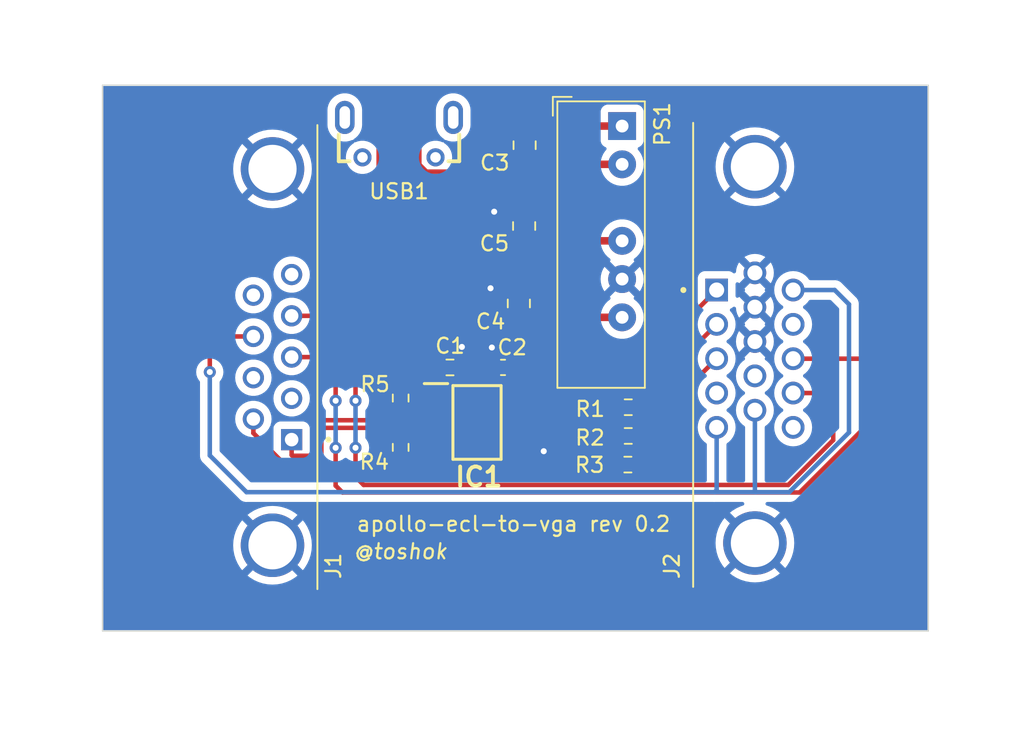
<source format=kicad_pcb>
(kicad_pcb (version 20221018) (generator pcbnew)
  (layers (0 "F.Cu" signal) (31 "B.Cu" power) (34 "B.Paste" user) (35 "F.Paste" user) (36 "B.SilkS" user "B.Silkscreen") (37 "F.SilkS" user "F.Silkscreen") (38 "B.Mask" user) (39 "F.Mask" user) (44 "Edge.Cuts" user))
  (net 0 "")
  (net 1 "-5V")
  (net 2 "GND")
  (net 3 "+5V")
  (net 4 "/video+")
  (net 5 "/video-")
  (net 8 "/hsync")
  (net 9 "/vsync")
  (net 10 "/sync_gnd")
  (net 26 "/USB_GND")
  (net 27 "/USB_Vbus")
  (net 28 "/video_out")
  (net 29 "/red")
  (net 30 "/green")
  (net 31 "/blue")
  (footprint "Capacitor_SMD:C_0805_2012Metric" (layer "F.Cu") (at 93.949228 80.295764 -90)
    (fp_text reference "C5" (at 1.162036 1.975828 -180) (layer "F.SilkS"))
    (fp_text value "4.7u")
    (fp_line (start -0.261252 -0.735) (end 0.261252 -0.735) (stroke (width 0.12)) (layer "F.SilkS"))
    (fp_line (start -0.261252 0.735) (end 0.261252 0.735) (stroke (width 0.12)) (layer "F.SilkS"))
    (pad "1" smd roundrect (at -0.95 0 270) (size 1 1.45) (layers "F.Cu" "F.Paste" "F.Mask") (net 2 "GND"))
    (pad "2" smd roundrect (at 0.95 0 270) (size 1 1.45) (layers "F.Cu" "F.Paste" "F.Mask") (net 1 "-5V"))
  )
  (footprint "Capacitor_SMD:C_0805_2012Metric" (layer "F.Cu") (at 93.98 74.93 -90)
    (fp_text reference "C3" (at 1.1684 1.9812 -180) (layer "F.SilkS"))
    (fp_text value "4.7u")
    (fp_line (start -0.261252 -0.735) (end 0.261252 -0.735) (stroke (width 0.12)) (layer "F.SilkS"))
    (fp_line (start -0.261252 0.735) (end 0.261252 0.735) (stroke (width 0.12)) (layer "F.SilkS"))
    (pad "1" smd roundrect (at -0.95 0 270) (size 1 1.45) (layers "F.Cu" "F.Paste" "F.Mask") (net 27 "/USB_Vbus"))
    (pad "2" smd roundrect (at 0.95 0 270) (size 1 1.45) (layers "F.Cu" "F.Paste" "F.Mask") (net 26 "/USB_GND"))
  )
  (footprint "Converter_DCDC:SOIC127P602X173-8N" (layer "F.Cu") (at 90.82 93.34)
    (fp_text reference "IC1" (at 0.12 3.62) (layer "F.SilkS") (effects (font (size 1.27 1.27) (thickness 0.254))))
    (fp_text value "SY100ELT25ZG-TR" hide)
    (fp_line (start -3.5 -2.58) (end -1.95 -2.58) (stroke (width 0.2)) (layer "F.SilkS"))
    (fp_line (start -1.6 -2.445) (end 1.6 -2.445) (stroke (width 0.2)) (layer "F.SilkS"))
    (fp_line (start -1.6 2.445) (end -1.6 -2.445) (stroke (width 0.2)) (layer "F.SilkS"))
    (fp_line (start 1.6 -2.445) (end 1.6 2.445) (stroke (width 0.2)) (layer "F.SilkS"))
    (fp_line (start 1.6 2.445) (end -1.6 2.445) (stroke (width 0.2)) (layer "F.SilkS"))
    (pad "1" smd rect (at -2.725 -1.905 90) (size 0.65 1.55) (layers "F.Cu" "F.Paste" "F.Mask") (net 1 "-5V"))
    (pad "2" smd rect (at -2.725 -0.635 90) (size 0.65 1.55) (layers "F.Cu" "F.Paste" "F.Mask") (net 4 "/video+"))
    (pad "3" smd rect (at -2.725 0.635 90) (size 0.65 1.55) (layers "F.Cu" "F.Paste" "F.Mask") (net 5 "/video-"))
    (pad "4" smd rect (at -2.725 1.905 90) (size 0.65 1.55) (layers "F.Cu" "F.Paste" "F.Mask"))
    (pad "5" smd rect (at 2.725 1.905 90) (size 0.65 1.55) (layers "F.Cu" "F.Paste" "F.Mask") (net 2 "GND"))
    (pad "6" smd rect (at 2.725 0.635 90) (size 0.65 1.55) (layers "F.Cu" "F.Paste" "F.Mask"))
    (pad "7" smd rect (at 2.725 -0.635 90) (size 0.65 1.55) (layers "F.Cu" "F.Paste" "F.Mask") (net 28 "/video_out"))
    (pad "8" smd rect (at 2.725 -1.905 90) (size 0.65 1.55) (layers "F.Cu" "F.Paste" "F.Mask") (net 3 "+5V"))
  )
  (footprint "lcsc.pretty:MICRO-USB-SMD_5P-P0.65-H-F_C10418" (layer "F.Cu") (at 85.63953 74.411194 180)
    (fp_text reference "USB1" (at -0.000241 -3.58537) (layer "F.SilkS"))
    (fp_text value "micro_USBFemale")
    (fp_line (start -4.000737 -1.584989) (end -4.000737 0.188646) (stroke (width 0.254)) (layer "F.SilkS"))
    (fp_line (start -4.000737 -1.584989) (end -3.285014 -1.584989) (stroke (width 0.254)) (layer "F.SilkS"))
    (fp_line (start 3.285014 -1.58537) (end 3.999009 -1.584989) (stroke (width 0.254)) (layer "F.SilkS"))
    (fp_line (start 4 -1.58537) (end 4.000254 0.188646) (stroke (width 0.254)) (layer "F.SilkS"))
    (fp_circle (center -4 -1.613056) (end -3.970028 -1.613056) (stroke (width 0.059995)) (fill none) (layer "F.SilkS"))
    (pad "1" smd rect (at -1.299975 -1.324765 90) (size 1.250013 0.4) (layers "F.Cu" "F.Paste" "F.Mask") (net 27 "/USB_Vbus"))
    (pad "2" smd rect (at -0.649987 -1.324765 90) (size 1.250013 0.4) (layers "F.Cu" "F.Paste" "F.Mask"))
    (pad "3" smd rect (at 0 -1.324765 90) (size 1.250013 0.4) (layers "F.Cu" "F.Paste" "F.Mask"))
    (pad "4" smd rect (at 0.649987 -1.324765 90) (size 1.250013 0.4) (layers "F.Cu" "F.Paste" "F.Mask"))
    (pad "5" smd rect (at 1.299975 -1.324765 90) (size 1.250013 0.4) (layers "F.Cu" "F.Paste" "F.Mask") (net 26 "/USB_GND"))
    (pad "SH0" thru_hole circle (at -2.424943 -1.325019 180) (size 1.2 1.2) (drill 0.700025) (layers "*.Cu" "*.Mask"))
    (pad "SH1" thru_hole oval (at -3.599949 1.324968 180) (size 1.3 2.2) (drill oval 0.700025 1.500127) (layers "*.Cu" "*.Mask"))
    (pad "SH2" thru_hole oval (at 3.599949 1.324968 180) (size 1.3 2.2) (drill oval 0.700025 1.500127) (layers "*.Cu" "*.Mask"))
    (pad "SH3" thru_hole circle (at 2.424943 -1.325019 180) (size 1.2 1.2) (drill 0.700025) (layers "*.Cu" "*.Mask"))
  )
  (footprint "Capacitor_SMD:C_0805_2012Metric" (layer "F.Cu") (at 93.59787 85.438183 90)
    (fp_text reference "C4" (at -1.201217 -1.88 180) (layer "F.SilkS"))
    (fp_text value "4.7u")
    (fp_line (start -0.261252 -0.735) (end 0.261252 -0.735) (stroke (width 0.12)) (layer "F.SilkS"))
    (fp_line (start -0.261252 0.735) (end 0.261252 0.735) (stroke (width 0.12)) (layer "F.SilkS"))
    (pad "1" smd roundrect (at -0.95 0 90) (size 1 1.45) (layers "F.Cu" "F.Paste" "F.Mask") (net 3 "+5V"))
    (pad "2" smd roundrect (at 0.95 0 90) (size 1 1.45) (layers "F.Cu" "F.Paste" "F.Mask") (net 2 "GND"))
  )
  (footprint "Resistor_SMD:R_0603_1608Metric" (layer "F.Cu") (at 85.7504 91.7194 90)
    (fp_text reference "R5" (at 0.9144 -1.7018 180) (layer "F.SilkS"))
    (fp_text value "470")
    (fp_line (start -0.237258 -0.5225) (end 0.237258 -0.5225) (stroke (width 0.12)) (layer "F.SilkS"))
    (fp_line (start -0.237258 0.5225) (end 0.237258 0.5225) (stroke (width 0.12)) (layer "F.SilkS"))
    (pad "1" smd roundrect (at -0.825 0 90) (size 0.8 0.95) (layers "F.Cu" "F.Paste" "F.Mask") (net 4 "/video+"))
    (pad "2" smd roundrect (at 0.825 0 90) (size 0.8 0.95) (layers "F.Cu" "F.Paste" "F.Mask") (net 1 "-5V"))
  )
  (footprint "Resistor_SMD:R_0603_1608Metric" (layer "F.Cu") (at 89.024644 89.6874)
    (fp_text reference "C1" (at 0 -1.43) (layer "F.SilkS"))
    (fp_text value "0.1u")
    (fp_line (start -0.237258 -0.5225) (end 0.237258 -0.5225) (stroke (width 0.12)) (layer "F.SilkS"))
    (fp_line (start -0.237258 0.5225) (end 0.237258 0.5225) (stroke (width 0.12)) (layer "F.SilkS"))
    (pad "1" smd roundrect (at -0.825 0) (size 0.8 0.95) (layers "F.Cu" "F.Paste" "F.Mask") (net 1 "-5V"))
    (pad "2" smd roundrect (at 0.825 0) (size 0.8 0.95) (layers "F.Cu" "F.Paste" "F.Mask") (net 2 "GND"))
  )
  (footprint "Resistor_SMD:R_0603_1608Metric" (layer "F.Cu") (at 100.863038 94.235341 180)
    (fp_text reference "R2" (at 2.54 -0.119347) (layer "F.SilkS"))
    (fp_text value "390")
    (fp_line (start -0.237258 -0.5225) (end 0.237258 -0.5225) (stroke (width 0.12)) (layer "F.SilkS"))
    (fp_line (start -0.237258 0.5225) (end 0.237258 0.5225) (stroke (width 0.12)) (layer "F.SilkS"))
    (pad "1" smd roundrect (at -0.825 0 180) (size 0.8 0.95) (layers "F.Cu" "F.Paste" "F.Mask") (net 30 "/green"))
    (pad "2" smd roundrect (at 0.825 0 180) (size 0.8 0.95) (layers "F.Cu" "F.Paste" "F.Mask") (net 28 "/video_out"))
  )
  (footprint "Capacitor_SMD:C_0603_1608Metric" (layer "F.Cu") (at 92.545 89.685 180)
    (fp_text reference "C2" (at -0.61 1.33 180) (layer "F.SilkS"))
    (fp_text value "0.1u")
    (fp_line (start -0.14058 -0.51) (end 0.14058 -0.51) (stroke (width 0.12)) (layer "F.SilkS"))
    (fp_line (start -0.14058 0.51) (end 0.14058 0.51) (stroke (width 0.12)) (layer "F.SilkS"))
    (pad "1" smd roundrect (at -0.775 0 180) (size 0.9 0.95) (layers "F.Cu" "F.Paste" "F.Mask") (net 3 "+5V"))
    (pad "2" smd roundrect (at 0.775 0 180) (size 0.9 0.95) (layers "F.Cu" "F.Paste" "F.Mask") (net 2 "GND"))
  )
  (footprint "Converter_DCDC:Converter_DCDC_XP_POWER-IAxxxxS_THT" (layer "F.Cu") (at 100.455 73.66)
    (fp_text reference "PS1" (at 2.669 -0.127 90) (layer "F.SilkS"))
    (fp_text value "IA0505S")
    (fp_line (start -4.6 -1.94) (end -4.6 -0.69) (stroke (width 0.12)) (layer "F.SilkS"))
    (fp_line (start -4.3 -1.64) (end -4.3 17.38) (stroke (width 0.12)) (layer "F.SilkS"))
    (fp_line (start -4.3 17.38) (end 1.51 17.38) (stroke (width 0.12)) (layer "F.SilkS"))
    (fp_line (start -3.35 -1.94) (end -4.6 -1.94) (stroke (width 0.12)) (layer "F.SilkS"))
    (fp_line (start 1.51 -1.64) (end -4.3 -1.64) (stroke (width 0.12)) (layer "F.SilkS"))
    (fp_line (start 1.51 17.38) (end 1.51 -1.64) (stroke (width 0.12)) (layer "F.SilkS"))
    (pad "1" thru_hole rect (at 0 0) (size 1.85 1.85) (drill 0.85) (layers "*.Cu" "*.Mask") (net 27 "/USB_Vbus"))
    (pad "2" thru_hole circle (at 0 2.54) (size 1.85 1.85) (drill 0.85) (layers "*.Cu" "*.Mask") (net 26 "/USB_GND"))
    (pad "4" thru_hole circle (at 0 7.62) (size 1.85 1.85) (drill 0.85) (layers "*.Cu" "*.Mask") (net 1 "-5V"))
    (pad "5" thru_hole circle (at 0 10.16) (size 1.85 1.85) (drill 0.85) (layers "*.Cu" "*.Mask") (net 2 "GND"))
    (pad "6" thru_hole circle (at 0 12.7) (size 1.85 1.85) (drill 0.85) (layers "*.Cu" "*.Mask") (net 3 "+5V"))
  )
  (footprint "Resistor_SMD:R_0603_1608Metric" (layer "F.Cu") (at 100.863038 92.329 180)
    (fp_text reference "R1" (at 2.532184 -0.120635) (layer "F.SilkS"))
    (fp_text value "390")
    (fp_line (start -0.237258 -0.5225) (end 0.237258 -0.5225) (stroke (width 0.12)) (layer "F.SilkS"))
    (fp_line (start -0.237258 0.5225) (end 0.237258 0.5225) (stroke (width 0.12)) (layer "F.SilkS"))
    (pad "1" smd roundrect (at -0.825 0 180) (size 0.8 0.95) (layers "F.Cu" "F.Paste" "F.Mask") (net 29 "/red"))
    (pad "2" smd roundrect (at 0.825 0 180) (size 0.8 0.95) (layers "F.Cu" "F.Paste" "F.Mask") (net 28 "/video_out"))
  )
  (footprint "Project Library:AMPHENOL_ICD15S13E4GX00LF" (layer "F.Cu") (at 109.272 88.85175 90)
    (fp_text reference "J2" (at -14.01825 -5.51 90) (layer "F.SilkS"))
    (fp_text value "DB15_Female")
    (fp_line (start -15.405 -4.1) (end 15.405 -4.1) (stroke (width 0.127)) (layer "F.SilkS"))
    (fp_circle (center 4.305 -4.75) (end 4.405 -4.75) (stroke (width 0.2)) (fill none) (layer "F.SilkS"))
    (pad "1" thru_hole rect (at 4.305 -2.54 90) (size 1.508 1.508) (drill 1) (layers "*.Cu" "*.Mask") (net 29 "/red"))
    (pad "2" thru_hole circle (at 2.025 -2.54 90) (size 1.508 1.508) (drill 1) (layers "*.Cu" "*.Mask") (net 30 "/green"))
    (pad "3" thru_hole circle (at -0.255 -2.54 90) (size 1.508 1.508) (drill 1) (layers "*.Cu" "*.Mask") (net 31 "/blue"))
    (pad "4" thru_hole circle (at -2.535 -2.54 90) (size 1.508 1.508) (drill 1) (layers "*.Cu" "*.Mask"))
    (pad "5" thru_hole circle (at -4.815 -2.54 90) (size 1.508 1.508) (drill 1) (layers "*.Cu" "*.Mask") (net 10 "/sync_gnd"))
    (pad "6" thru_hole circle (at 5.445 0 90) (size 1.508 1.508) (drill 1) (layers "*.Cu" "*.Mask") (net 2 "GND"))
    (pad "7" thru_hole circle (at 3.165 0 90) (size 1.508 1.508) (drill 1) (layers "*.Cu" "*.Mask") (net 2 "GND"))
    (pad "8" thru_hole circle (at 0.885 0 90) (size 1.508 1.508) (drill 1) (layers "*.Cu" "*.Mask") (net 2 "GND"))
    (pad "9" thru_hole circle (at -1.395 0 90) (size 1.508 1.508) (drill 1) (layers "*.Cu" "*.Mask"))
    (pad "10" thru_hole circle (at -3.675 0 90) (size 1.508 1.508) (drill 1) (layers "*.Cu" "*.Mask") (net 10 "/sync_gnd"))
    (pad "11" thru_hole circle (at 4.305 2.54 90) (size 1.508 1.508) (drill 1) (layers "*.Cu" "*.Mask") (net 10 "/sync_gnd"))
    (pad "12" thru_hole circle (at 2.025 2.54 90) (size 1.508 1.508) (drill 1) (layers "*.Cu" "*.Mask"))
    (pad "13" thru_hole circle (at -0.255 2.54 90) (size 1.508 1.508) (drill 1) (layers "*.Cu" "*.Mask") (net 8 "/hsync"))
    (pad "14" thru_hole circle (at -2.535 2.54 90) (size 1.508 1.508) (drill 1) (layers "*.Cu" "*.Mask") (net 9 "/vsync"))
    (pad "15" thru_hole circle (at -4.815 2.54 90) (size 1.508 1.508) (drill 1) (layers "*.Cu" "*.Mask"))
    (pad "S1" thru_hole circle (at -12.495 0 90) (size 4.216 4.216) (drill 3.2) (layers "*.Cu" "*.Mask") (net 2 "GND"))
    (pad "S2" thru_hole circle (at 12.495 0 90) (size 4.216 4.216) (drill 3.2) (layers "*.Cu" "*.Mask") (net 2 "GND"))
  )
  (footprint "Resistor_SMD:R_0603_1608Metric" (layer "F.Cu") (at 100.838 96.139 180)
    (fp_text reference "R3" (at 2.54 -0.0254) (layer "F.SilkS"))
    (fp_text value "390")
    (fp_line (start -0.237258 -0.5225) (end 0.237258 -0.5225) (stroke (width 0.12)) (layer "F.SilkS"))
    (fp_line (start -0.237258 0.5225) (end 0.237258 0.5225) (stroke (width 0.12)) (layer "F.SilkS"))
    (pad "1" smd roundrect (at -0.825 0 180) (size 0.8 0.95) (layers "F.Cu" "F.Paste" "F.Mask") (net 31 "/blue"))
    (pad "2" smd roundrect (at 0.825 0 180) (size 0.8 0.95) (layers "F.Cu" "F.Paste" "F.Mask") (net 28 "/video_out"))
  )
  (footprint "Resistor_SMD:R_0603_1608Metric" (layer "F.Cu") (at 85.7504 94.996 -90)
    (fp_text reference "R4" (at 0.9652 1.7526 -180) (layer "F.SilkS"))
    (fp_text value "470")
    (fp_line (start -0.237258 -0.5225) (end 0.237258 -0.5225) (stroke (width 0.12)) (layer "F.SilkS"))
    (fp_line (start -0.237258 0.5225) (end 0.237258 0.5225) (stroke (width 0.12)) (layer "F.SilkS"))
    (pad "1" smd roundrect (at -0.825 0 270) (size 0.8 0.95) (layers "F.Cu" "F.Paste" "F.Mask") (net 5 "/video-"))
    (pad "2" smd roundrect (at 0.825 0 270) (size 0.8 0.95) (layers "F.Cu" "F.Paste" "F.Mask") (net 1 "-5V"))
  )
  (footprint "Project Library:AMPHENOL_LD09S13A4GV00LF" (layer "F.Cu") (at 65.97 89 -90)
    (fp_text reference "J1" (at 13.87 -15.31 -90) (layer "F.SilkS"))
    (fp_text value "DB9_Female")
    (fp_line (start -15.405 -14.25) (end 15.405 -14.25) (stroke (width 0.127)) (layer "F.SilkS"))
    (fp_circle (center 5.48 -14.983) (end 5.58 -14.983) (stroke (width 0.2)) (fill none) (layer "F.SilkS"))
    (pad "01" thru_hole rect (at 5.48 -12.54 270) (size 1.408 1.408) (drill 0.9) (layers "*.Cu" "*.Mask") (net 4 "/video+"))
    (pad "02" thru_hole circle (at 2.74 -12.54 270) (size 1.408 1.408) (drill 0.9) (layers "*.Cu" "*.Mask"))
    (pad "03" thru_hole circle (at 0 -12.54 270) (size 1.408 1.408) (drill 0.9) (layers "*.Cu" "*.Mask") (net 8 "/hsync"))
    (pad "04" thru_hole circle (at -2.74 -12.54 270) (size 1.408 1.408) (drill 0.9) (layers "*.Cu" "*.Mask") (net 9 "/vsync"))
    (pad "05" thru_hole circle (at -5.48 -12.54 270) (size 1.408 1.408) (drill 0.9) (layers "*.Cu" "*.Mask"))
    (pad "06" thru_hole circle (at 4.11 -10 270) (size 1.408 1.408) (drill 0.9) (layers "*.Cu" "*.Mask") (net 5 "/video-"))
    (pad "07" thru_hole circle (at 1.37 -10 270) (size 1.408 1.408) (drill 0.9) (layers "*.Cu" "*.Mask"))
    (pad "08" thru_hole circle (at -1.37 -10 270) (size 1.408 1.408) (drill 0.9) (layers "*.Cu" "*.Mask") (net 10 "/sync_gnd"))
    (pad "09" thru_hole circle (at -4.11 -10 270) (size 1.408 1.408) (drill 0.9) (layers "*.Cu" "*.Mask"))
    (pad "SH1" thru_hole circle (at -12.495 -11.27 270) (size 4.216 4.216) (drill 3.2) (layers "*.Cu" "*.Mask") (net 2 "GND"))
    (pad "SH2" thru_hole circle (at 12.495 -11.27 270) (size 4.216 4.216) (drill 3.2) (layers "*.Cu" "*.Mask") (net 2 "GND"))
  )
  (gr_line (start 120.777 70.993) (end 120.777 107.188) (stroke (width 0.1)) (layer "Edge.Cuts"))
  (gr_line (start 65.96 104.47) (end 65.96 107.18) (stroke (width 0.1)) (layer "Edge.Cuts"))
  (gr_line (start 65.96 107.18) (end 120.777 107.18) (stroke (width 0.1)) (layer "Edge.Cuts"))
  (gr_line (start 65.96 70.95) (end 65.96 104.47) (stroke (width 0.1)) (layer "Edge.Cuts"))
  (gr_line (start 65.96 70.95) (end 120.777 70.95) (stroke (width 0.1)) (layer "Edge.Cuts"))
  (gr_text "apollo-ecl-to-vga rev 0.2" (at 82.74 100.669) (layer "F.SilkS") (effects (font (size 1 1)) (justify left bottom)))
  (gr_text "@toshok" (at 82.55 102.489) (layer "F.SilkS") (effects (font (size 1 1) (thickness 0.15) italic) (justify left bottom)))
  (segment (start 86.551 96.6216) (end 85.7504 95.821) (width 0.3) (layer "F.Cu") (net 1))
  (segment (start 89.9668 91.9988) (end 89.9668 95.7326) (width 0.3) (layer "F.Cu") (net 1))
  (segment (start 88.095 91.435) (end 86.291 91.435) (width 0.3) (layer "F.Cu") (net 1))
  (segment (start 89.0778 96.6216) (end 86.551 96.6216) (width 0.3) (layer "F.Cu") (net 1))
  (segment (start 100.455 81.28) (end 93.983464 81.28) (width 0.5) (layer "F.Cu") (net 1))
  (segment (start 89.403 91.435) (end 89.9668 91.9988) (width 0.3) (layer "F.Cu") (net 1))
  (segment (start 86.291 91.435) (end 85.7504 90.8944) (width 0.3) (layer "F.Cu") (net 1))
  (segment (start 88.095 83.355) (end 88.095 91.435) (width 0.5) (layer "F.Cu") (net 1))
  (segment (start 93.949228 81.245764) (end 90.204236 81.245764) (width 0.5) (layer "F.Cu") (net 1))
  (segment (start 93.983464 81.28) (end 93.949228 81.245764) (width 0.5) (layer "F.Cu") (net 1))
  (segment (start 90.204236 81.245764) (end 88.095 83.355) (width 0.5) (layer "F.Cu") (net 1))
  (segment (start 89.9668 95.7326) (end 89.0778 96.6216) (width 0.3) (layer "F.Cu") (net 1))
  (segment (start 88.095 91.435) (end 89.403 91.435) (width 0.3) (layer "F.Cu") (net 1))
  (segment (start 93.949228 79.345764) (end 91.959228 79.345764) (width 0.5) (layer "F.Cu") (net 2))
  (segment (start 93.70787 84.428183) (end 91.71787 84.428183) (width 0.5) (layer "F.Cu") (net 2))
  (segment (start 91.8 89.725) (end 91.8 88.37) (width 0.3) (layer "F.Cu") (net 2))
  (segment (start 89.81 89.685) (end 89.81 88.33) (width 0.3) (layer "F.Cu") (net 2))
  (segment (start 93.545 95.245) (end 95.245 95.245) (width 0.3) (layer "F.Cu") (net 2))
  (via (at 91.959228 79.345764) (size 0.8) (drill 0.4) (layers "F.Cu" "B.Cu") (net 2))
  (via (at 95.25 95.25) (size 0.8) (drill 0.4) (layers "F.Cu" "B.Cu") (net 2))
  (via (at 89.815 88.325) (size 0.8) (drill 0.4) (layers "F.Cu" "B.Cu") (net 2))
  (via (at 91.71787 84.428183) (size 0.8) (drill 0.4) (layers "F.Cu" "B.Cu") (net 2))
  (via (at 91.805 88.365) (size 0.8) (drill 0.4) (layers "F.Cu" "B.Cu") (net 2))
  (segment (start 93.626053 86.36) (end 93.59787 86.388183) (width 0.5) (layer "F.Cu") (net 3))
  (segment (start 93.59787 86.388183) (end 93.545 86.441053) (width 0.5) (layer "F.Cu") (net 3))
  (segment (start 100.455 86.36) (end 93.626053 86.36) (width 0.5) (layer "F.Cu") (net 3))
  (segment (start 93.545 86.441053) (end 93.545 91.435) (width 0.5) (layer "F.Cu") (net 3))
  (segment (start 79.9846 95.2754) (end 79.9846 93.5482) (width 0.3) (layer "F.Cu") (net 4))
  (segment (start 85.1022 93.1926) (end 85.7504 92.5444) (width 0.3) (layer "F.Cu") (net 4))
  (segment (start 79.7052 95.5548) (end 79.9846 95.2754) (width 0.3) (layer "F.Cu") (net 4))
  (segment (start 80.3402 93.1926) (end 85.1022 93.1926) (width 0.3) (layer "F.Cu") (net 4))
  (segment (start 87.9344 92.5444) (end 88.095 92.705) (width 0.3) (layer "F.Cu") (net 4))
  (segment (start 78.51 95.5026) (end 78.5622 95.5548) (width 0.3) (layer "F.Cu") (net 4))
  (segment (start 78.5622 95.5548) (end 79.7052 95.5548) (width 0.3) (layer "F.Cu") (net 4))
  (segment (start 85.7504 92.5444) (end 87.9344 92.5444) (width 0.3) (layer "F.Cu") (net 4))
  (segment (start 78.51 94.48) (end 78.51 95.5026) (width 0.3) (layer "F.Cu") (net 4))
  (segment (start 79.9846 93.5482) (end 80.3402 93.1926) (width 0.3) (layer "F.Cu") (net 4))
  (segment (start 80.4846 93.755306) (end 80.541353 93.698553) (width 0.3) (layer "F.Cu") (net 5))
  (segment (start 87.899 94.171) (end 88.095 93.975) (width 0.3) (layer "F.Cu") (net 5))
  (segment (start 75.97 93.11) (end 75.97 94.048) (width 0.3) (layer "F.Cu") (net 5))
  (segment (start 80.4846 95.482506) (end 80.4846 93.755306) (width 0.3) (layer "F.Cu") (net 5))
  (segment (start 77.9768 96.0548) (end 79.912306 96.0548) (width 0.3) (layer "F.Cu") (net 5))
  (segment (start 85.277953 93.698553) (end 85.7504 94.171) (width 0.3) (layer "F.Cu") (net 5))
  (segment (start 79.912306 96.0548) (end 80.4846 95.482506) (width 0.3) (layer "F.Cu") (net 5))
  (segment (start 85.7504 94.171) (end 87.899 94.171) (width 0.3) (layer "F.Cu") (net 5))
  (segment (start 75.97 94.048) (end 77.9768 96.0548) (width 0.3) (layer "F.Cu") (net 5))
  (segment (start 80.541353 93.698553) (end 85.277953 93.698553) (width 0.3) (layer "F.Cu") (net 5))
  (segment (start 81.4324 97.536) (end 81.4324 95.0214) (width 0.3) (layer "F.Cu") (net 8))
  (segment (start 111.8495 89.10675) (end 116.29875 89.10675) (width 0.3) (layer "F.Cu") (net 8))
  (segment (start 81.4324 90.2208) (end 81.4324 91.8972) (width 0.3) (layer "F.Cu") (net 8))
  (segment (start 116.29875 89.10675) (end 116.962 89.77) (width 0.3) (layer "F.Cu") (net 8))
  (segment (start 112.242 97.99) (end 81.8864 97.99) (width 0.3) (layer "F.Cu") (net 8))
  (segment (start 81.8864 97.99) (end 81.4324 97.536) (width 0.3) (layer "F.Cu") (net 8))
  (segment (start 78.51 89) (end 80.164 89) (width 0.3) (layer "F.Cu") (net 8))
  (segment (start 116.962 93.27) (end 112.242 97.99) (width 0.3) (layer "F.Cu") (net 8))
  (segment (start 80.1878 88.9762) (end 81.4324 90.2208) (width 0.3) (layer "F.Cu") (net 8))
  (segment (start 116.962 89.77) (end 116.962 93.27) (width 0.3) (layer "F.Cu") (net 8))
  (segment (start 80.164 89) (end 80.1878 88.9762) (width 0.3) (layer "F.Cu") (net 8))
  (via (at 81.4324 95.0214) (size 0.8) (drill 0.4) (layers "F.Cu" "B.Cu") (net 8))
  (via (at 81.4324 91.8972) (size 0.8) (drill 0.4) (layers "F.Cu" "B.Cu") (net 8))
  (segment (start 81.4324 91.8972) (end 81.4324 95.0214) (width 0.3) (layer "B.Cu") (net 8))
  (segment (start 111.492 97.49) (end 114.472 94.51) (width 0.3) (layer "F.Cu") (net 9))
  (segment (start 82.7532 96.9518) (end 83.2914 97.49) (width 0.3) (layer "F.Cu") (net 9))
  (segment (start 80.6974 86.26) (end 80.7212 86.2838) (width 0.3) (layer "F.Cu") (net 9))
  (segment (start 80.7212 86.2838) (end 82.7532 88.3158) (width 0.3) (layer "F.Cu") (net 9))
  (segment (start 114.472 94.51) (end 114.472 92.36) (width 0.3) (layer "F.Cu") (net 9))
  (segment (start 82.7532 88.3158) (end 82.7532 91.8972) (width 0.3) (layer "F.Cu") (net 9))
  (segment (start 114.472 92.36) (end 113.49875 91.38675) (width 0.3) (layer "F.Cu") (net 9))
  (segment (start 83.2914 97.49) (end 111.492 97.49) (width 0.3) (layer "F.Cu") (net 9))
  (segment (start 78.51 86.26) (end 80.6974 86.26) (width 0.3) (layer "F.Cu") (net 9))
  (segment (start 113.49875 91.38675) (end 111.812 91.38675) (width 0.3) (layer "F.Cu") (net 9))
  (segment (start 82.7532 95.0214) (end 82.7532 96.9518) (width 0.3) (layer "F.Cu") (net 9))
  (via (at 82.7532 91.8972) (size 0.8) (drill 0.4) (layers "F.Cu" "B.Cu") (net 9))
  (via (at 82.7532 95.0214) (size 0.8) (drill 0.4) (layers "F.Cu" "B.Cu") (net 9))
  (segment (start 82.7532 91.8972) (end 82.7532 95.0214) (width 0.3) (layer "B.Cu") (net 9))
  (segment (start 75.97 87.63) (end 74.041 87.63) (width 0.3) (layer "F.Cu") (net 10))
  (segment (start 73.0758 88.5952) (end 73.0758 89.9922) (width 0.3) (layer "F.Cu") (net 10))
  (segment (start 74.041 87.63) (end 73.0758 88.5952) (width 0.3) (layer "F.Cu") (net 10))
  (via (at 73.0758 89.9922) (size 0.8) (drill 0.4) (layers "F.Cu" "B.Cu") (net 10))
  (segment (start 106.6038 97.9678) (end 106.732 97.8396) (width 0.3) (layer "B.Cu") (net 10))
  (segment (start 109.3216 97.9678) (end 111.5568 97.9678) (width 0.3) (layer "B.Cu") (net 10))
  (segment (start 111.5568 97.9678) (end 115.5192 94.0054) (width 0.3) (layer "B.Cu") (net 10))
  (segment (start 106.732 97.8396) (end 106.732 93.66675) (width 0.3) (layer "B.Cu") (net 10))
  (segment (start 73.0758 95.5294) (end 75.5142 97.9678) (width 0.3) (layer "B.Cu") (net 10))
  (segment (start 109.3216 97.9678) (end 109.272 97.9182) (width 0.3) (layer "B.Cu") (net 10))
  (segment (start 106.6038 97.9678) (end 109.3216 97.9678) (width 0.3) (layer "B.Cu") (net 10))
  (segment (start 115.5192 85.4964) (end 114.56955 84.54675) (width 0.3) (layer "B.Cu") (net 10))
  (segment (start 114.56955 84.54675) (end 111.812 84.54675) (width 0.3) (layer "B.Cu") (net 10))
  (segment (start 75.5142 97.9678) (end 106.6038 97.9678) (width 0.3) (layer "B.Cu") (net 10))
  (segment (start 115.5192 94.0054) (end 115.5192 85.4964) (width 0.3) (layer "B.Cu") (net 10))
  (segment (start 73.0758 89.9922) (end 73.0758 95.5294) (width 0.3) (layer "B.Cu") (net 10))
  (segment (start 109.272 97.9182) (end 109.272 92.52675) (width 0.3) (layer "B.Cu") (net 10))
  (segment (start 92.673787 77.186213) (end 93.98 75.88) (width 0.3) (layer "F.Cu") (net 26))
  (segment (start 93.98 75.88) (end 94.3 76.2) (width 0.5) (layer "F.Cu") (net 26))
  (segment (start 84.339555 76.660965) (end 84.864803 77.186213) (width 0.3) (layer "F.Cu") (net 26))
  (segment (start 94.3 76.2) (end 100.455 76.2) (width 0.5) (layer "F.Cu") (net 26))
  (segment (start 84.864803 77.186213) (end 92.673787 77.186213) (width 0.3) (layer "F.Cu") (net 26))
  (segment (start 84.339555 75.735959) (end 84.339555 76.660965) (width 0.3) (layer "F.Cu") (net 26))
  (segment (start 86.939505 75.735959) (end 86.939505 76.160965) (width 0.3) (layer "F.Cu") (net 27))
  (segment (start 93.98 73.98) (end 94.3 73.66) (width 0.5) (layer "F.Cu") (net 27))
  (segment (start 94.3 73.66) (end 100.455 73.66) (width 0.5) (layer "F.Cu") (net 27))
  (segment (start 86.939505 76.160965) (end 87.464753 76.686213) (width 0.3) (layer "F.Cu") (net 27))
  (segment (start 89.683787 76.686213) (end 92.39 73.98) (width 0.3) (layer "F.Cu") (net 27))
  (segment (start 92.39 73.98) (end 93.98 73.98) (width 0.3) (layer "F.Cu") (net 27))
  (segment (start 87.464753 76.686213) (end 89.683787 76.686213) (width 0.3) (layer "F.Cu") (net 27))
  (segment (start 100.013 96.139) (end 99.954 96.139) (width 0.3) (layer "F.Cu") (net 28))
  (segment (start 99.662038 92.705) (end 97.917 92.705) (width 0.3) (layer "F.Cu") (net 28))
  (segment (start 97.917 92.705) (end 96.52 92.705) (width 0.3) (layer "F.Cu") (net 28))
  (segment (start 96.52 92.705) (end 93.545 92.705) (width 0.3) (layer "F.Cu") (net 28))
  (segment (start 100.038038 94.235341) (end 99.447341 94.235341) (width 0.3) (layer "F.Cu") (net 28))
  (segment (start 100.038038 92.329) (end 99.662038 92.705) (width 0.3) (layer "F.Cu") (net 28))
  (segment (start 99.954 96.139) (end 96.52 92.705) (width 0.3) (layer "F.Cu") (net 28))
  (segment (start 99.447341 94.235341) (end 97.917 92.705) (width 0.3) (layer "F.Cu") (net 28))
  (segment (start 101.688038 92.329) (end 101.688038 89.590712) (width 0.3) (layer "F.Cu") (net 29))
  (segment (start 101.688038 89.590712) (end 106.732 84.54675) (width 0.3) (layer "F.Cu") (net 29))
  (segment (start 102.438038 93.485341) (end 102.438038 91.120712) (width 0.3) (layer "F.Cu") (net 30))
  (segment (start 102.438038 91.120712) (end 106.732 86.82675) (width 0.3) (layer "F.Cu") (net 30))
  (segment (start 101.688038 94.235341) (end 102.438038 93.485341) (width 0.3) (layer "F.Cu") (net 30))
  (segment (start 101.663 96.139) (end 102.938038 94.863962) (width 0.3) (layer "F.Cu") (net 31))
  (segment (start 102.938038 92.900712) (end 106.732 89.10675) (width 0.3) (layer "F.Cu") (net 31))
  (segment (start 102.938038 94.863962) (end 102.938038 92.900712) (width 0.3) (layer "F.Cu") (net 31))
  (zone (net 2) (net_name "GND") (layer "B.Cu") (connect_pads (clearance 0.5)) (min_thickness 0.25) (fill yes (thermal_gap 0.5) (thermal_bridge_width 0.5))
    (polygon (pts (xy 65.913 70.866) (xy 65.913 107.188) (xy 120.65 107.188) (xy 120.777 107.061) (xy 120.777 70.866)))
  )
)
</source>
